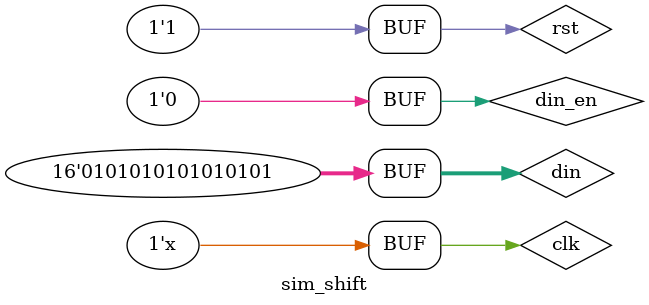
<source format=v>
`timescale 1ns / 1ps


module sim_shift();
    parameter INWIDTH = 16;
    parameter OUTWIDTH = 2;
    reg clk=0;
    reg rst=1;
    reg [INWIDTH-1:0] din;
    reg din_en=0;
    wire [OUTWIDTH-1:0]dout;
    wire dout_en;
    
    always #5 clk = ~clk;
    
    shift #(
    .INWIDTH(INWIDTH),
    .OUTWIDTH(OUTWIDTH)
    )shift_LH( 
    .clk(clk),
    .rst(rst),
    .din(din),
    .din_en(din_en),
    .dout_en(dout_en),
    .dout(dout)
    );
     /**********************²¢×ª´®***************************/
    initial begin
    #4 rst=0;
    #4 rst=1;
    
    #4  din=16'b11111111_00000000;//1111_00000000;
        din_en=1;
    #10 din_en=0;
    
    #200  din=16'b01010101_01010101;//1111_00000000;
        din_en=1;
    #10 din_en=0;
    
    
    end
    /**********************´®×ª²¢***************************/
//    initial begin
//    #4 rst=0;
//    #4 rst=1;
    
//    #4  din=7'b1111_000;//1111_00000000;
//        din_en=1;
//    #10  din_en=0;
    
//    #50  din=7'b0000_111;//1111_00000000;
//        din_en=1;
//    #10  din_en=0;
    
//    #100  din=7'b0000_000;//1111_00000000;
//        din_en=1;
//    #10  din_en=0;
    
//    #50  din=7'b1111_000;//1111_00000000;
//        din_en=1;
//    #10  din_en=0;
//    end
endmodule

</source>
